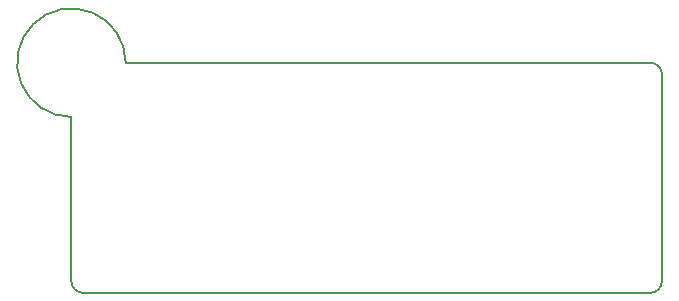
<source format=gbr>
G04 #@! TF.GenerationSoftware,KiCad,Pcbnew,(5.1.10-1-10_14)*
G04 #@! TF.CreationDate,2021-08-18T21:17:47-05:00*
G04 #@! TF.ProjectId,PCB-Keychains,5043422d-4b65-4796-9368-61696e732e6b,rev?*
G04 #@! TF.SameCoordinates,Original*
G04 #@! TF.FileFunction,Profile,NP*
%FSLAX46Y46*%
G04 Gerber Fmt 4.6, Leading zero omitted, Abs format (unit mm)*
G04 Created by KiCad (PCBNEW (5.1.10-1-10_14)) date 2021-08-18 21:17:47*
%MOMM*%
%LPD*%
G01*
G04 APERTURE LIST*
G04 #@! TA.AperFunction,Profile*
%ADD10C,0.150000*%
G04 #@! TD*
G04 APERTURE END LIST*
D10*
X160692500Y-45367500D02*
G75*
G02*
X165292500Y-40767500I0J4600000D01*
G01*
X209692500Y-40767500D02*
G75*
G02*
X210692500Y-41767500I0J-1000000D01*
G01*
X210692500Y-59267500D02*
G75*
G02*
X209692500Y-60267500I-1000000J0D01*
G01*
X161692500Y-60267500D02*
G75*
G02*
X160692500Y-59267500I0J1000000D01*
G01*
X160692500Y-59267500D02*
X160692500Y-45367500D01*
X209692500Y-60267500D02*
X161692500Y-60267500D01*
X210692500Y-41767500D02*
X210692500Y-59267500D01*
X165292500Y-40767500D02*
X209692500Y-40767500D01*
M02*

</source>
